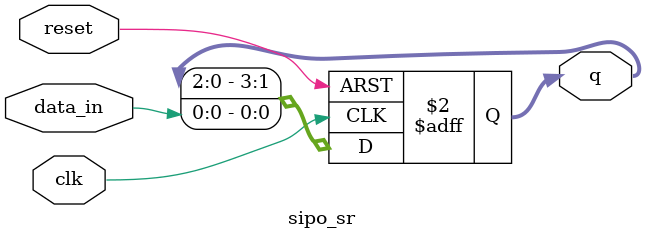
<source format=v>
`timescale 1ns / 1ps
module sipo_sr(
input clk, data_in, reset,
output reg [3:0] q
);
always@(posedge clk or posedge reset)begin
    if(reset)
        q<=4'b0000;
    else
        q<={q[2:0],data_in};
end
endmodule



</source>
